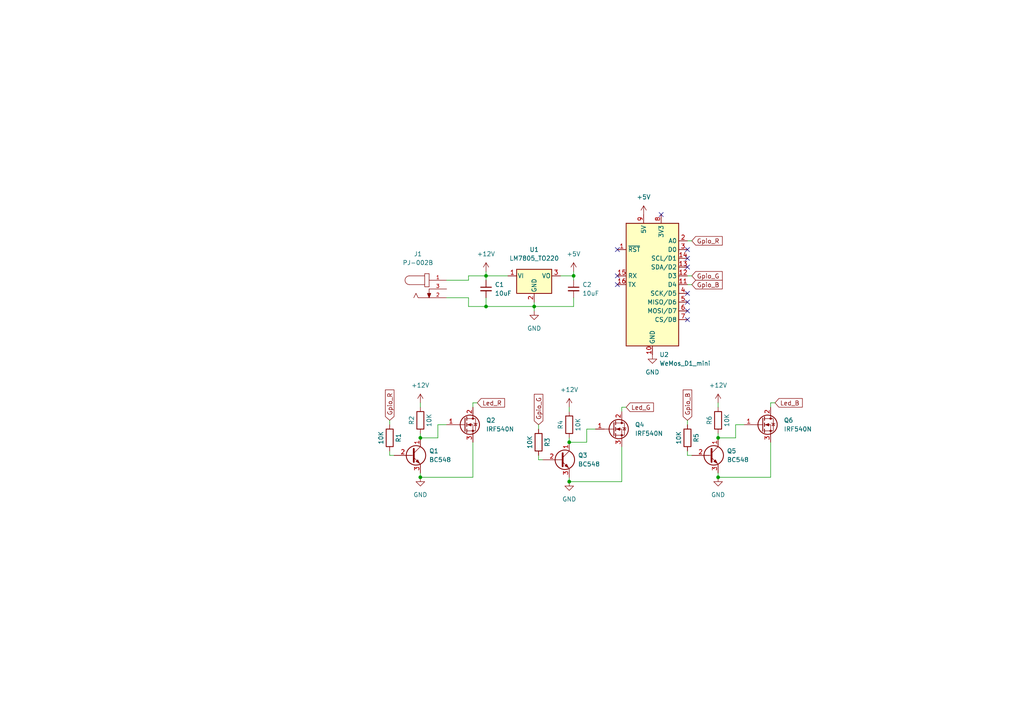
<source format=kicad_sch>
(kicad_sch (version 20211123) (generator eeschema)
  (paper "A4")
  (lib_symbols
    (symbol "Device:C_Small" (pin_numbers hide) (pin_names (offset 0.254) hide)
      (property "Reference" "C" (at 0.254 1.778 0))
      (property "Value" "C_Small" (at 0.254 -2.032 0))
      (symbol "C_Small_0_1"
        (polyline (pts (xy -1.524 -0.508) (xy 1.524 -0.508)) (stroke (width 0.3302)))
        (polyline (pts (xy -1.524 0.508) (xy 1.524 0.508)) (stroke (width 0.3048)))
      )
      (symbol "C_Small_1_1"
        (pin passive line (at 0 2.54 270) (length 2.032) (name "~") (number "1"))
        (pin passive line (at 0 -2.54 90) (length 2.032) (name "~") (number "2"))
      )
    )
    (symbol "Device:R" (pin_numbers hide) (pin_names (offset 0))
      (property "Reference" "R" (at 2.032 0 90))
      (property "Value" "R" (at 0 0 90))
      (symbol "R_0_1"
        (rectangle (start -1.016 -2.54) (end 1.016 2.54) (stroke (width 0.254)))
      )
      (symbol "R_1_1"
        (pin passive line (at 0 3.81 270) (length 1.27) (name "~") (number "1"))
        (pin passive line (at 0 -3.81 90) (length 1.27) (name "~") (number "2"))
      )
    )
    (symbol "MCU_Module:WeMos_D1_mini"
      (property "Reference" "U" (at 3.81 19.05 0))
      (property "Value" "WeMos_D1_mini" (at 1.27 -19.05 0))
      (symbol "WeMos_D1_mini_1_1"
        (rectangle (start -7.62 17.78) (end 7.62 -17.78) (stroke (width 0.254)) (fill (type background)))
        (pin input line (at -10.16 10.16 0) (length 2.54) (name "~{RST}") (number "1"))
        (pin power_in line (at 0 -20.32 90) (length 2.54) (name "GND") (number "10"))
        (pin bidirectional line (at 10.16 0 180) (length 2.54) (name "D4") (number "11"))
        (pin bidirectional line (at 10.16 2.54 180) (length 2.54) (name "D3") (number "12"))
        (pin bidirectional line (at 10.16 5.08 180) (length 2.54) (name "SDA/D2") (number "13"))
        (pin bidirectional line (at 10.16 7.62 180) (length 2.54) (name "SCL/D1") (number "14"))
        (pin input line (at -10.16 2.54 0) (length 2.54) (name "RX") (number "15"))
        (pin output line (at -10.16 0 0) (length 2.54) (name "TX") (number "16"))
        (pin input line (at 10.16 12.7 180) (length 2.54) (name "A0") (number "2"))
        (pin bidirectional line (at 10.16 10.16 180) (length 2.54) (name "D0") (number "3"))
        (pin bidirectional line (at 10.16 -2.54 180) (length 2.54) (name "SCK/D5") (number "4"))
        (pin bidirectional line (at 10.16 -5.08 180) (length 2.54) (name "MISO/D6") (number "5"))
        (pin bidirectional line (at 10.16 -7.62 180) (length 2.54) (name "MOSI/D7") (number "6"))
        (pin bidirectional line (at 10.16 -10.16 180) (length 2.54) (name "CS/D8") (number "7"))
        (pin power_out line (at 2.54 20.32 270) (length 2.54) (name "3V3") (number "8"))
        (pin power_in line (at -2.54 20.32 270) (length 2.54) (name "5V") (number "9"))
      )
    )
    (symbol "PJ-002B:PJ-002B" (pin_names (offset 1.016))
      (property "Reference" "J" (at -7.6337 5.0892 0))
      (property "Value" "PJ-002B" (at -7.6269 -5.0846 0))
      (symbol "PJ-002B_0_0"
        (arc (start -5.715 3.81) (mid -6.985 2.54) (end -5.715 1.27) (stroke (width 0.1524)))
        (polyline (pts (xy -5.715 3.81) (xy -1.27 3.81)) (stroke (width 0.1524)))
        (polyline (pts (xy -3.81 -1.27) (xy -4.445 -2.54)) (stroke (width 0.1524)))
        (polyline (pts (xy -3.175 -2.54) (xy -3.81 -1.27)) (stroke (width 0.1524)))
        (polyline (pts (xy -1.27 0.635) (xy 0 0.635)) (stroke (width 0.1524)))
        (polyline (pts (xy -1.27 1.27) (xy -5.715 1.27)) (stroke (width 0.1524)))
        (polyline (pts (xy -1.27 1.27) (xy -1.27 0.635)) (stroke (width 0.1524)))
        (polyline (pts (xy -1.27 3.81) (xy -1.27 1.27)) (stroke (width 0.1524)))
        (polyline (pts (xy -1.27 4.445) (xy -1.27 3.81)) (stroke (width 0.1524)))
        (polyline (pts (xy 0 -2.54) (xy -3.175 -2.54)) (stroke (width 0.1524)))
        (polyline (pts (xy 0 0) (xy 0 -2.54)) (stroke (width 0.1524)))
        (polyline (pts (xy 0 0.635) (xy 0 4.445)) (stroke (width 0.1524)))
        (polyline (pts (xy 0 4.445) (xy -1.27 4.445)) (stroke (width 0.1524)))
        (polyline (pts (xy 0 -2.54) (xy -0.508 -1.27) (xy 0.508 -1.27) (xy 0 -2.54)) (stroke (width 0.1524)) (fill (type outline)))
        (pin passive line (at 5.08 2.54 180) (length 5.08) (name "~") (number "1"))
        (pin passive line (at 5.08 -2.54 180) (length 5.08) (name "~") (number "2"))
        (pin passive line (at 5.08 0 180) (length 5.08) (name "~") (number "3"))
      )
    )
    (symbol "Regulator_Linear:LM7805_TO220" (pin_names (offset 0.254))
      (property "Reference" "U" (at -3.81 3.175 0))
      (property "Value" "LM7805_TO220" (at 0 3.175 0))
      (symbol "LM7805_TO220_0_1"
        (rectangle (start -5.08 1.905) (end 5.08 -5.08) (stroke (width 0.254)) (fill (type background)))
      )
      (symbol "LM7805_TO220_1_1"
        (pin power_in line (at -7.62 0 0) (length 2.54) (name "VI") (number "1"))
        (pin power_in line (at 0 -7.62 90) (length 2.54) (name "GND") (number "2"))
        (pin power_out line (at 7.62 0 180) (length 2.54) (name "VO") (number "3"))
      )
    )
    (symbol "Transistor_BJT:BC548" (pin_names (offset 0) hide)
      (property "Reference" "Q" (at 5.08 1.905 0))
      (property "Value" "BC548" (at 5.08 0 0))
      (symbol "BC548_0_1"
        (polyline (pts (xy 0 0) (xy 0.635 0)))
        (polyline (pts (xy 0.635 0.635) (xy 2.54 2.54)))
        (polyline (pts (xy 0.635 -0.635) (xy 2.54 -2.54) (xy 2.54 -2.54)))
        (polyline (pts (xy 0.635 1.905) (xy 0.635 -1.905) (xy 0.635 -1.905)) (stroke (width 0.508)))
        (polyline (pts (xy 1.27 -1.778) (xy 1.778 -1.27) (xy 2.286 -2.286) (xy 1.27 -1.778) (xy 1.27 -1.778)) (fill (type outline)))
        (circle (center 1.27 0) (radius 2.8194) (stroke (width 0.254)))
      )
      (symbol "BC548_1_1"
        (pin passive line (at 2.54 5.08 270) (length 2.54) (name "C") (number "1"))
        (pin input line (at -5.08 0 0) (length 5.08) (name "B") (number "2"))
        (pin passive line (at 2.54 -5.08 90) (length 2.54) (name "E") (number "3"))
      )
    )
    (symbol "Transistor_FET:IRF540N" (pin_names hide)
      (property "Reference" "Q" (at 6.35 1.905 0))
      (property "Value" "IRF540N" (at 6.35 0 0))
      (symbol "IRF540N_0_1"
        (polyline (pts (xy 0.254 0) (xy -2.54 0)))
        (polyline (pts (xy 0.254 1.905) (xy 0.254 -1.905)) (stroke (width 0.254)))
        (polyline (pts (xy 0.762 -1.27) (xy 0.762 -2.286)) (stroke (width 0.254)))
        (polyline (pts (xy 0.762 0.508) (xy 0.762 -0.508)) (stroke (width 0.254)))
        (polyline (pts (xy 0.762 2.286) (xy 0.762 1.27)) (stroke (width 0.254)))
        (polyline (pts (xy 2.54 2.54) (xy 2.54 1.778)))
        (polyline (pts (xy 2.54 -2.54) (xy 2.54 0) (xy 0.762 0)))
        (polyline (pts (xy 0.762 -1.778) (xy 3.302 -1.778) (xy 3.302 1.778) (xy 0.762 1.778)))
        (polyline (pts (xy 1.016 0) (xy 2.032 0.381) (xy 2.032 -0.381) (xy 1.016 0)) (fill (type outline)))
        (polyline (pts (xy 2.794 0.508) (xy 2.921 0.381) (xy 3.683 0.381) (xy 3.81 0.254)))
        (polyline (pts (xy 3.302 0.381) (xy 2.921 -0.254) (xy 3.683 -0.254) (xy 3.302 0.381)))
        (circle (center 1.651 0) (radius 2.794) (stroke (width 0.254)))
        (circle (center 2.54 -1.778) (radius 0.254) (fill (type outline)))
        (circle (center 2.54 1.778) (radius 0.254) (fill (type outline)))
      )
      (symbol "IRF540N_1_1"
        (pin input line (at -5.08 0 0) (length 2.54) (name "G") (number "1"))
        (pin passive line (at 2.54 5.08 270) (length 2.54) (name "D") (number "2"))
        (pin passive line (at 2.54 -5.08 90) (length 2.54) (name "S") (number "3"))
      )
    )
    (symbol "power:+12V" (power) (pin_names (offset 0))
      (property "Value" "+12V" (at 0 3.556 0))
      (symbol "+12V_0_1"
        (polyline (pts (xy -0.762 1.27) (xy 0 2.54)))
        (polyline (pts (xy 0 0) (xy 0 2.54)))
        (polyline (pts (xy 0 2.54) (xy 0.762 1.27)))
      )
      (symbol "+12V_1_1"
        (pin power_in line (at 0 0 90) (length 0) hide (name "+12V") (number "1"))
      )
    )
    (symbol "power:+5V" (power) (pin_names (offset 0))
      (property "Value" "+5V" (at 0 3.556 0))
      (symbol "+5V_0_1"
        (polyline (pts (xy -0.762 1.27) (xy 0 2.54)))
        (polyline (pts (xy 0 0) (xy 0 2.54)))
        (polyline (pts (xy 0 2.54) (xy 0.762 1.27)))
      )
      (symbol "+5V_1_1"
        (pin power_in line (at 0 0 90) (length 0) hide (name "+5V") (number "1"))
      )
    )
    (symbol "power:GND" (power) (pin_names (offset 0))
      (property "Value" "GND" (at 0 -3.81 0))
      (symbol "GND_0_1"
        (polyline (pts (xy 0 0) (xy 0 -1.27) (xy 1.27 -1.27) (xy 0 -2.54) (xy -1.27 -1.27) (xy 0 -1.27)))
      )
      (symbol "GND_1_1"
        (pin power_in line (at 0 0 270) (length 0) hide (name "GND") (number "1"))
      )
    )
  )
  (junction (at 208.28 138.43))
  (junction (at 165.1 139.7))
  (junction (at 208.28 127))
  (junction (at 121.92 138.43))
  (junction (at 140.97 88.9))
  (junction (at 166.37 80.01))
  (junction (at 140.97 80.01))
  (junction (at 121.92 127))
  (junction (at 154.94 88.9))
  (junction (at 165.1 128.27))
  (no_connect (at 179.07 72.39))
  (no_connect (at 179.07 80.01))
  (no_connect (at 179.07 82.55))
  (no_connect (at 191.77 62.23))
  (no_connect (at 199.39 74.93))
  (no_connect (at 199.39 77.47))
  (no_connect (at 199.39 72.39))
  (no_connect (at 199.39 92.71))
  (no_connect (at 199.39 90.17))
  (no_connect (at 199.39 87.63))
  (no_connect (at 199.39 85.09))
  (wire (pts (xy 114.3 132.08) (xy 113.03 132.08)))
  (wire (pts (xy 129.54 86.36) (xy 135.89 86.36)))
  (wire (pts (xy 165.1 128.27) (xy 170.18 128.27)))
  (wire (pts (xy 180.34 118.11) (xy 181.61 118.11)))
  (wire (pts (xy 154.94 88.9) (xy 166.37 88.9)))
  (wire (pts (xy 140.97 78.74) (xy 140.97 80.01)))
  (wire (pts (xy 208.28 127) (xy 213.36 127)))
  (wire (pts (xy 180.34 129.54) (xy 180.34 139.7)))
  (wire (pts (xy 165.1 127) (xy 165.1 128.27)))
  (wire (pts (xy 135.89 86.36) (xy 135.89 88.9)))
  (wire (pts (xy 199.39 132.08) (xy 199.39 130.81)))
  (wire (pts (xy 180.34 119.38) (xy 180.34 118.11)))
  (wire (pts (xy 165.1 118.11) (xy 165.1 119.38)))
  (wire (pts (xy 199.39 69.85) (xy 200.66 69.85)))
  (wire (pts (xy 156.21 133.35) (xy 156.21 132.08)))
  (wire (pts (xy 121.92 127) (xy 127 127)))
  (wire (pts (xy 157.48 133.35) (xy 156.21 133.35)))
  (wire (pts (xy 199.39 80.01) (xy 200.66 80.01)))
  (wire (pts (xy 137.16 138.43) (xy 121.92 138.43)))
  (wire (pts (xy 208.28 125.73) (xy 208.28 127)))
  (wire (pts (xy 166.37 86.36) (xy 166.37 88.9)))
  (wire (pts (xy 208.28 116.84) (xy 208.28 118.11)))
  (wire (pts (xy 180.34 139.7) (xy 165.1 139.7)))
  (wire (pts (xy 208.28 137.16) (xy 208.28 138.43)))
  (wire (pts (xy 135.89 80.01) (xy 140.97 80.01)))
  (wire (pts (xy 140.97 86.36) (xy 140.97 88.9)))
  (wire (pts (xy 213.36 123.19) (xy 213.36 127)))
  (wire (pts (xy 137.16 128.27) (xy 137.16 138.43)))
  (wire (pts (xy 135.89 81.28) (xy 135.89 80.01)))
  (wire (pts (xy 154.94 88.9) (xy 154.94 87.63)))
  (wire (pts (xy 200.66 132.08) (xy 199.39 132.08)))
  (wire (pts (xy 166.37 80.01) (xy 162.56 80.01)))
  (wire (pts (xy 137.16 116.84) (xy 138.43 116.84)))
  (wire (pts (xy 223.52 116.84) (xy 224.79 116.84)))
  (wire (pts (xy 166.37 81.28) (xy 166.37 80.01)))
  (wire (pts (xy 166.37 78.74) (xy 166.37 80.01)))
  (wire (pts (xy 154.94 88.9) (xy 154.94 90.17)))
  (wire (pts (xy 199.39 82.55) (xy 200.66 82.55)))
  (wire (pts (xy 172.72 124.46) (xy 170.18 124.46)))
  (wire (pts (xy 129.54 123.19) (xy 127 123.19)))
  (wire (pts (xy 223.52 138.43) (xy 208.28 138.43)))
  (wire (pts (xy 129.54 81.28) (xy 135.89 81.28)))
  (wire (pts (xy 215.9 123.19) (xy 213.36 123.19)))
  (wire (pts (xy 121.92 137.16) (xy 121.92 138.43)))
  (wire (pts (xy 121.92 116.84) (xy 121.92 118.11)))
  (wire (pts (xy 113.03 121.92) (xy 113.03 123.19)))
  (wire (pts (xy 135.89 88.9) (xy 140.97 88.9)))
  (wire (pts (xy 199.39 121.92) (xy 199.39 123.19)))
  (wire (pts (xy 127 123.19) (xy 127 127)))
  (wire (pts (xy 140.97 88.9) (xy 154.94 88.9)))
  (wire (pts (xy 113.03 132.08) (xy 113.03 130.81)))
  (wire (pts (xy 121.92 125.73) (xy 121.92 127)))
  (wire (pts (xy 223.52 118.11) (xy 223.52 116.84)))
  (wire (pts (xy 223.52 128.27) (xy 223.52 138.43)))
  (wire (pts (xy 170.18 124.46) (xy 170.18 128.27)))
  (wire (pts (xy 137.16 118.11) (xy 137.16 116.84)))
  (wire (pts (xy 147.32 80.01) (xy 140.97 80.01)))
  (wire (pts (xy 140.97 80.01) (xy 140.97 81.28)))
  (wire (pts (xy 156.21 123.19) (xy 156.21 124.46)))
  (wire (pts (xy 165.1 138.43) (xy 165.1 139.7)))
  (global_label "Gpio_G" (shape input) (at 200.66 80.01 0) (property "Intersheet References" "${INTERSHEET_REFS}" (effects hide)))
  (global_label "Gpio_B" (shape input) (at 200.66 82.55 0) (property "Intersheet References" "${INTERSHEET_REFS}" (effects hide)))
  (global_label "Gpio_R" (shape input) (at 200.66 69.85 0) (property "Intersheet References" "${INTERSHEET_REFS}" (effects hide)))
  (global_label "Led_G" (shape input) (at 181.61 118.11 0) (property "Intersheet References" "${INTERSHEET_REFS}" (effects hide)))
  (global_label "Led_R" (shape input) (at 138.43 116.84 0) (property "Intersheet References" "${INTERSHEET_REFS}" (effects hide)))
  (global_label "Led_B" (shape input) (at 224.79 116.84 0) (property "Intersheet References" "${INTERSHEET_REFS}" (effects hide)))
  (global_label "Gpio_B" (shape input) (at 199.39 121.92 90) (property "Intersheet References" "${INTERSHEET_REFS}" (effects hide)))
  (global_label "Gpio_G" (shape input) (at 156.21 123.19 90) (property "Intersheet References" "${INTERSHEET_REFS}" (effects hide)))
  (global_label "Gpio_R" (shape input) (at 113.03 121.92 90) (property "Intersheet References" "${INTERSHEET_REFS}" (effects hide)))
  (symbol (lib_id "power:+5V") (at 166.37 78.74 0) (unit 1)
    (property "Reference" "#PWR07" (effects hide))
    (property "Value" "+5V" (at 166.37 73.66 0))
  )
  (symbol (lib_id "Transistor_FET:IRF540N") (at 134.62 123.19 0) (unit 1)
    (property "Reference" "Q2" (at 140.97 121.9199 0) (effects (justify left)))
    (property "Value" "IRF540N" (at 140.97 124.4599 0) (effects (justify left)))
    (property "Footprint" "Package_TO_SOT_THT:TO-220-3_Vertical" (effects hide))
    (property "Datasheet" "http://www.irf.com/product-info/datasheets/data/irf540n.pdf" (effects hide))
  )
  (symbol (lib_id "power:GND") (at 154.94 90.17 0) (unit 1)
    (property "Reference" "#PWR04" (effects hide))
    (property "Value" "GND" (at 154.94 95.25 0))
  )
  (symbol (lib_id "power:+12V") (at 165.1 118.11 0) (unit 1)
    (property "Reference" "#PWR05" (effects hide))
    (property "Value" "+12V" (at 165.1 113.03 0))
  )
  (symbol (lib_id "Regulator_Linear:LM7805_TO220") (at 154.94 80.01 0) (unit 1)
    (property "Reference" "U1" (at 154.94 72.39 0))
    (property "Value" "LM7805_TO220" (at 154.94 74.93 0))
    (property "Footprint" "Package_TO_SOT_THT:TO-220-3_Vertical" (effects hide))
    (property "Datasheet" "https://www.onsemi.cn/PowerSolutions/document/MC7800-D.PDF" (effects hide))
  )
  (symbol (lib_id "Device:R") (at 113.03 127 0) (unit 1)
    (property "Reference" "R1" (at 115.57 127 90))
    (property "Value" "10K" (at 110.49 127 90))
    (property "Footprint" "Resistor_SMD:R_0805_2012Metric_Pad1.20x1.40mm_HandSolder" (effects hide))
  )
  (symbol (lib_id "Transistor_BJT:BC548") (at 119.38 132.08 0) (unit 1)
    (property "Reference" "Q1" (at 124.46 130.8099 0) (effects (justify left)))
    (property "Value" "BC548" (at 124.46 133.3499 0) (effects (justify left)))
    (property "Footprint" "Package_TO_SOT_THT:TO-92_Inline" (effects hide))
    (property "Datasheet" "https://www.onsemi.com/pub/Collateral/BC550-D.pdf" (effects hide))
  )
  (symbol (lib_id "power:GND") (at 189.23 102.87 0) (unit 1)
    (property "Reference" "#PWR09" (effects hide))
    (property "Value" "GND" (at 189.23 107.95 0))
  )
  (symbol (lib_id "power:GND") (at 121.92 138.43 0) (unit 1)
    (property "Reference" "#PWR02" (effects hide))
    (property "Value" "GND" (at 121.92 143.51 0))
  )
  (symbol (lib_id "power:+12V") (at 208.28 116.84 0) (unit 1)
    (property "Reference" "#PWR010" (effects hide))
    (property "Value" "+12V" (at 208.28 111.76 0))
  )
  (symbol (lib_id "Device:R") (at 165.1 123.19 180) (unit 1)
    (property "Reference" "R4" (at 162.56 123.19 90))
    (property "Value" "10K" (at 167.64 123.19 90))
    (property "Footprint" "Resistor_SMD:R_0805_2012Metric_Pad1.20x1.40mm_HandSolder" (effects hide))
  )
  (symbol (lib_id "Transistor_BJT:BC548") (at 162.56 133.35 0) (unit 1)
    (property "Reference" "Q3" (at 167.64 132.0799 0) (effects (justify left)))
    (property "Value" "BC548" (at 167.64 134.6199 0) (effects (justify left)))
    (property "Footprint" "Package_TO_SOT_THT:TO-92_Inline" (effects hide))
    (property "Datasheet" "https://www.onsemi.com/pub/Collateral/BC550-D.pdf" (effects hide))
  )
  (symbol (lib_id "power:GND") (at 165.1 139.7 0) (unit 1)
    (property "Reference" "#PWR06" (effects hide))
    (property "Value" "GND" (at 165.1 144.78 0))
  )
  (symbol (lib_id "PJ-002B:PJ-002B") (at 124.46 83.82 0) (unit 1)
    (property "Reference" "J1" (at 121.2215 73.66 0))
    (property "Value" "PJ-002B" (at 121.2215 76.2 0))
    (property "Footprint" "CUI_PJ-002B" (effects hide))
    (property "STANDARD" "Manufacturer recommendations" (effects hide))
    (property "MANUFACTURER" "CUI INC" (effects hide))
  )
  (symbol (lib_id "MCU_Module:WeMos_D1_mini") (at 189.23 82.55 0) (unit 1)
    (property "Reference" "U2" (at 191.2494 102.87 0) (effects (justify left)))
    (property "Value" "WeMos_D1_mini" (at 191.2494 105.41 0) (effects (justify left)))
    (property "Footprint" "Module:WEMOS_D1_mini_light" (effects hide))
    (property "Datasheet" "https://wiki.wemos.cc/products:d1:d1_mini#documentation" (effects hide))
  )
  (symbol (lib_id "power:+12V") (at 140.97 78.74 0) (unit 1)
    (property "Reference" "#PWR03" (effects hide))
    (property "Value" "+12V" (at 140.97 73.66 0))
  )
  (symbol (lib_id "Device:C_Small") (at 140.97 83.82 0) (unit 1)
    (property "Reference" "C1" (at 143.51 82.5562 0) (effects (justify left)))
    (property "Value" "10uF" (at 143.51 85.0962 0) (effects (justify left)))
    (property "Footprint" "Capacitor_SMD:C_0805_2012Metric_Pad1.18x1.45mm_HandSolder" (effects hide))
  )
  (symbol (lib_id "Device:R") (at 121.92 121.92 180) (unit 1)
    (property "Reference" "R2" (at 119.38 121.92 90))
    (property "Value" "10K" (at 124.46 121.92 90))
    (property "Footprint" "Resistor_SMD:R_0805_2012Metric_Pad1.20x1.40mm_HandSolder" (effects hide))
  )
  (symbol (lib_id "Transistor_FET:IRF540N") (at 177.8 124.46 0) (unit 1)
    (property "Reference" "Q4" (at 184.15 123.1899 0) (effects (justify left)))
    (property "Value" "IRF540N" (at 184.15 125.7299 0) (effects (justify left)))
    (property "Footprint" "Package_TO_SOT_THT:TO-220-3_Vertical" (effects hide))
    (property "Datasheet" "http://www.irf.com/product-info/datasheets/data/irf540n.pdf" (effects hide))
  )
  (symbol (lib_id "Device:R") (at 156.21 128.27 0) (unit 1)
    (property "Reference" "R3" (at 158.75 128.27 90))
    (property "Value" "10K" (at 153.67 128.27 90))
    (property "Footprint" "Resistor_SMD:R_0805_2012Metric_Pad1.20x1.40mm_HandSolder" (effects hide))
  )
  (symbol (lib_id "Device:C_Small") (at 166.37 83.82 0) (unit 1)
    (property "Reference" "C2" (at 168.91 82.5562 0) (effects (justify left)))
    (property "Value" "10uF" (at 168.91 85.0962 0) (effects (justify left)))
    (property "Footprint" "Capacitor_SMD:C_0805_2012Metric_Pad1.18x1.45mm_HandSolder" (effects hide))
  )
  (symbol (lib_id "Device:R") (at 208.28 121.92 180) (unit 1)
    (property "Reference" "R6" (at 205.74 121.92 90))
    (property "Value" "10K" (at 210.82 121.92 90))
    (property "Footprint" "Resistor_SMD:R_0805_2012Metric_Pad1.20x1.40mm_HandSolder" (effects hide))
  )
  (symbol (lib_id "Transistor_FET:IRF540N") (at 220.98 123.19 0) (unit 1)
    (property "Reference" "Q6" (at 227.33 121.9199 0) (effects (justify left)))
    (property "Value" "IRF540N" (at 227.33 124.4599 0) (effects (justify left)))
    (property "Footprint" "Package_TO_SOT_THT:TO-220-3_Vertical" (effects hide))
    (property "Datasheet" "http://www.irf.com/product-info/datasheets/data/irf540n.pdf" (effects hide))
  )
  (symbol (lib_id "Device:R") (at 199.39 127 0) (unit 1)
    (property "Reference" "R5" (at 201.93 127 90))
    (property "Value" "10K" (at 196.85 127 90))
    (property "Footprint" "Resistor_SMD:R_0805_2012Metric_Pad1.20x1.40mm_HandSolder" (effects hide))
  )
  (symbol (lib_id "power:+12V") (at 121.92 116.84 0) (unit 1)
    (property "Reference" "#PWR01" (effects hide))
    (property "Value" "+12V" (at 121.92 111.76 0))
  )
  (symbol (lib_id "power:GND") (at 208.28 138.43 0) (unit 1)
    (property "Reference" "#PWR011" (effects hide))
    (property "Value" "GND" (at 208.28 143.51 0))
  )
  (symbol (lib_id "power:+5V") (at 186.69 62.23 0) (unit 1)
    (property "Reference" "#PWR08" (effects hide))
    (property "Value" "+5V" (at 186.69 57.15 0))
  )
  (symbol (lib_id "Transistor_BJT:BC548") (at 205.74 132.08 0) (unit 1)
    (property "Reference" "Q5" (at 210.82 130.8099 0) (effects (justify left)))
    (property "Value" "BC548" (at 210.82 133.3499 0) (effects (justify left)))
    (property "Footprint" "Package_TO_SOT_THT:TO-92_Inline" (effects hide))
    (property "Datasheet" "https://www.onsemi.com/pub/Collateral/BC550-D.pdf" (effects hide))
  )
)
</source>
